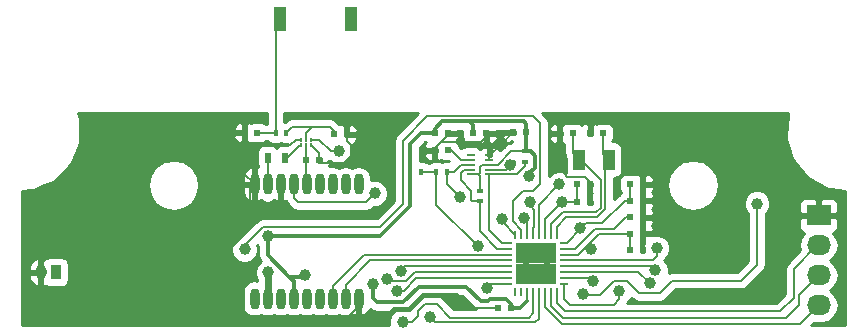
<source format=gbr>
G04 #@! TF.FileFunction,Copper,L2,Bot,Signal*
%FSLAX46Y46*%
G04 Gerber Fmt 4.6, Leading zero omitted, Abs format (unit mm)*
G04 Created by KiCad (PCBNEW 4.0.5+dfsg1-4~bpo8+1) date Mon Dec 18 16:44:26 2017*
%MOMM*%
%LPD*%
G01*
G04 APERTURE LIST*
%ADD10C,0.100000*%
%ADD11C,1.000000*%
%ADD12O,0.800000X1.800000*%
%ADD13R,1.000000X2.000000*%
%ADD14R,0.950000X1.250000*%
%ADD15O,0.950000X1.250000*%
%ADD16R,0.600000X0.500000*%
%ADD17R,0.500000X0.900000*%
%ADD18R,0.400000X0.600000*%
%ADD19R,0.600000X0.400000*%
%ADD20R,0.250000X0.700000*%
%ADD21R,0.700000X0.250000*%
%ADD22R,1.725000X1.725000*%
%ADD23R,0.270000X0.325000*%
%ADD24R,1.000000X1.800000*%
%ADD25R,2.032000X1.727200*%
%ADD26O,2.032000X1.727200*%
%ADD27C,0.200000*%
%ADD28C,0.400000*%
%ADD29C,0.300000*%
%ADD30C,0.600000*%
%ADD31C,0.254000*%
G04 APERTURE END LIST*
D10*
D11*
X180000000Y-110100000D03*
X178200000Y-110100000D03*
X176300000Y-110100000D03*
X137700000Y-110000000D03*
X135700000Y-110000000D03*
X133700000Y-110000000D03*
X166100000Y-112800000D03*
X165500000Y-121300000D03*
X184800000Y-123400000D03*
X126900000Y-111600000D03*
X126800000Y-113200000D03*
X125800000Y-115000000D03*
X122600000Y-118300000D03*
X122600000Y-120100000D03*
X124500000Y-116600000D03*
X122600000Y-116600000D03*
X153100000Y-110100000D03*
X181400000Y-124900000D03*
X176800000Y-124900000D03*
X179100000Y-124900000D03*
X127000000Y-110000000D03*
X164000000Y-123000000D03*
X129300000Y-110000000D03*
X172500000Y-110100000D03*
X131500000Y-110000000D03*
X164000000Y-121400000D03*
D12*
X140770000Y-115390000D03*
X141870000Y-115390000D03*
X142970000Y-115390000D03*
X144070000Y-115390000D03*
X145170000Y-115390000D03*
X146270000Y-115390000D03*
X147370000Y-115390000D03*
X148470000Y-115390000D03*
X149570000Y-115390000D03*
X149570000Y-125090000D03*
X148470000Y-125090000D03*
X147370000Y-125090000D03*
X146270000Y-125090000D03*
X145170000Y-125090000D03*
X144070000Y-125090000D03*
X142970000Y-125090000D03*
X141870000Y-125090000D03*
X140770000Y-125090000D03*
D13*
X142920000Y-101440000D03*
X148920000Y-101440000D03*
D14*
X123920000Y-122840000D03*
D15*
X122670000Y-122840000D03*
D16*
X168050000Y-115400000D03*
X169150000Y-115400000D03*
X162440000Y-125880000D03*
X161340000Y-125880000D03*
X172520000Y-119590000D03*
X173620000Y-119590000D03*
X172520000Y-116790000D03*
X173620000Y-116790000D03*
X172520000Y-115390000D03*
X173620000Y-115390000D03*
X172520000Y-120990000D03*
X173620000Y-120990000D03*
X167700000Y-111090000D03*
X166600000Y-111090000D03*
X170270000Y-111100000D03*
X169170000Y-111100000D03*
X147445000Y-111165000D03*
X148545000Y-111165000D03*
X140995000Y-111040000D03*
X139895000Y-111040000D03*
X145120000Y-113340000D03*
X146220000Y-113340000D03*
X163750000Y-111000000D03*
X162650000Y-111000000D03*
X155995000Y-111065000D03*
X157095000Y-111065000D03*
X159290000Y-111090000D03*
X160390000Y-111090000D03*
X157130000Y-112540000D03*
X156030000Y-112540000D03*
D17*
X143370000Y-113140000D03*
X141870000Y-113140000D03*
D18*
X153950000Y-114400000D03*
X154850000Y-114400000D03*
X157050000Y-114400000D03*
X156150000Y-114400000D03*
X143445000Y-111040000D03*
X142545000Y-111040000D03*
D19*
X163650000Y-112600000D03*
X163650000Y-113500000D03*
X159810000Y-115940000D03*
X159810000Y-116840000D03*
D20*
X166340000Y-124500000D03*
X165840000Y-124500000D03*
X165340000Y-124500000D03*
X164840000Y-124500000D03*
X164340000Y-124500000D03*
X163840000Y-124500000D03*
X163340000Y-124500000D03*
X162840000Y-124500000D03*
D21*
X162190000Y-123850000D03*
X162190000Y-123350000D03*
X162190000Y-122850000D03*
X162190000Y-122350000D03*
X162190000Y-121850000D03*
X162190000Y-121350000D03*
X162190000Y-120850000D03*
X162190000Y-120350000D03*
D20*
X162840000Y-119700000D03*
X163340000Y-119700000D03*
X163840000Y-119700000D03*
X164340000Y-119700000D03*
X164840000Y-119700000D03*
X165340000Y-119700000D03*
X165840000Y-119700000D03*
X166340000Y-119700000D03*
D21*
X166990000Y-120350000D03*
X166990000Y-120850000D03*
X166990000Y-121350000D03*
X166990000Y-121850000D03*
X166990000Y-122350000D03*
X166990000Y-122850000D03*
X166990000Y-123350000D03*
X166990000Y-123850000D03*
D22*
X163727500Y-121237500D03*
X165452500Y-121237500D03*
X163727500Y-122962500D03*
X165452500Y-122962500D03*
D23*
X145520000Y-112065000D03*
X145120000Y-112065000D03*
X144720000Y-112065000D03*
X144720000Y-111615000D03*
X145120000Y-111615000D03*
X145520000Y-111615000D03*
D21*
X159045000Y-114565000D03*
X159045000Y-114165000D03*
X159045000Y-113765000D03*
X159045000Y-113365000D03*
X159045000Y-112965000D03*
X160645000Y-112965000D03*
X160645000Y-113365000D03*
X160645000Y-113765000D03*
X160645000Y-114165000D03*
X160645000Y-114565000D03*
D24*
X170730000Y-113310000D03*
X168230000Y-113310000D03*
D25*
X188520000Y-118040000D03*
D26*
X188520000Y-120580000D03*
X188520000Y-123120000D03*
X188520000Y-125660000D03*
D11*
X183600000Y-124900000D03*
D16*
X168050000Y-116930000D03*
X169150000Y-116930000D03*
X172520000Y-118190000D03*
X173620000Y-118190000D03*
D11*
X126700000Y-121500000D03*
X162400000Y-113800000D03*
X158440000Y-125460000D03*
X165690000Y-123000000D03*
X172540000Y-112490000D03*
X161670000Y-111980000D03*
X151770000Y-114340000D03*
X137380000Y-123970000D03*
X169200000Y-120900000D03*
X145040000Y-123080000D03*
X150740000Y-123860000D03*
X168330000Y-119070000D03*
X166780000Y-116930000D03*
X164000000Y-114700000D03*
X141870000Y-119810000D03*
X141910000Y-122850000D03*
X183290000Y-117060000D03*
X168600000Y-124710000D03*
X159670000Y-120640000D03*
X160400000Y-124200000D03*
X153170000Y-122710000D03*
X151970000Y-123430000D03*
X139910000Y-120910000D03*
X152800000Y-124400000D03*
X150940000Y-116160000D03*
X147930000Y-112610000D03*
X163560000Y-118220000D03*
X174700000Y-122700000D03*
X164040000Y-116880000D03*
X166570000Y-115410000D03*
X155600000Y-126650000D03*
X171650000Y-124480000D03*
X174200000Y-123800000D03*
X174800000Y-120800000D03*
X153280000Y-127070000D03*
X161730000Y-118340000D03*
X169410000Y-123590000D03*
X158160000Y-116460000D03*
D27*
X142545000Y-111040000D02*
X142545000Y-101815000D01*
X142545000Y-101815000D02*
X142920000Y-101440000D01*
X142545000Y-111040000D02*
X140995000Y-111040000D01*
X123370000Y-121490000D02*
X123300000Y-121560000D01*
X126690000Y-121490000D02*
X123370000Y-121490000D01*
X126700000Y-121500000D02*
X126690000Y-121490000D01*
X123410000Y-121490000D02*
X125090000Y-121490000D01*
X123300000Y-121600000D02*
X123300000Y-121560000D01*
X123410000Y-121490000D02*
X123300000Y-121600000D01*
X125250000Y-121490000D02*
X125090000Y-121490000D01*
X137380000Y-123970000D02*
X136880000Y-123470000D01*
X136880000Y-123470000D02*
X135940000Y-122530000D01*
X135940000Y-122530000D02*
X126290000Y-122530000D01*
X126290000Y-122530000D02*
X125250000Y-121490000D01*
X160645000Y-114165000D02*
X162035000Y-114165000D01*
X162035000Y-114165000D02*
X162400000Y-113800000D01*
X160645000Y-112965000D02*
X160685000Y-112965000D01*
X160685000Y-112965000D02*
X161670000Y-111980000D01*
D28*
X151400000Y-126470000D02*
X152130000Y-126470000D01*
X157780000Y-124800000D02*
X158440000Y-125460000D01*
X155000000Y-124800000D02*
X157780000Y-124800000D01*
X153800000Y-126000000D02*
X155000000Y-124800000D01*
X152600000Y-126000000D02*
X153800000Y-126000000D01*
X152130000Y-126470000D02*
X152600000Y-126000000D01*
D27*
X151400000Y-126470000D02*
X148820000Y-126470000D01*
X161340000Y-125880000D02*
X158860000Y-125880000D01*
X158860000Y-125880000D02*
X158440000Y-125460000D01*
X165690000Y-123000000D02*
X165652500Y-122962500D01*
X165652500Y-122962500D02*
X165452500Y-122962500D01*
X163727500Y-121237500D02*
X165452500Y-121237500D01*
X163727500Y-121237500D02*
X163727500Y-122962500D01*
X165452500Y-122962500D02*
X163727500Y-122962500D01*
X165452500Y-121237500D02*
X165452500Y-122962500D01*
X122670000Y-122840000D02*
X122670000Y-122190000D01*
X122670000Y-122190000D02*
X123300000Y-121560000D01*
X124480000Y-120380000D02*
X139170000Y-120380000D01*
X123300000Y-121560000D02*
X124480000Y-120380000D01*
X169150000Y-115400000D02*
X169150000Y-115170000D01*
X169150000Y-115170000D02*
X168730000Y-114750000D01*
X166600000Y-111090000D02*
X166600000Y-111840000D01*
X167230000Y-114750000D02*
X168730000Y-114750000D01*
X166940000Y-114460000D02*
X167230000Y-114750000D01*
X166940000Y-112180000D02*
X166940000Y-114460000D01*
X166600000Y-111840000D02*
X166940000Y-112180000D01*
X172540000Y-112490000D02*
X172540000Y-110560000D01*
X172220000Y-110240000D02*
X168840000Y-110240000D01*
X172540000Y-110560000D02*
X172220000Y-110240000D01*
X166600000Y-111090000D02*
X166600000Y-110710000D01*
X166600000Y-110710000D02*
X167090000Y-110220000D01*
X167090000Y-110220000D02*
X168820000Y-110220000D01*
X168820000Y-110220000D02*
X168840000Y-110240000D01*
X169170000Y-110570000D02*
X169170000Y-111100000D01*
X168840000Y-110240000D02*
X169170000Y-110570000D01*
X169150000Y-115400000D02*
X169150000Y-116930000D01*
X173620000Y-115390000D02*
X173620000Y-113570000D01*
X173620000Y-113570000D02*
X172540000Y-112490000D01*
X162650000Y-111000000D02*
X161670000Y-111980000D01*
X160645000Y-112965000D02*
X160645000Y-113365000D01*
X160390000Y-111090000D02*
X160390000Y-111370000D01*
X160390000Y-111370000D02*
X159930000Y-111830000D01*
X159930000Y-111830000D02*
X156510000Y-111830000D01*
X160390000Y-111090000D02*
X162560000Y-111090000D01*
X162560000Y-111090000D02*
X162650000Y-111000000D01*
X156030000Y-112540000D02*
X156030000Y-112310000D01*
X156030000Y-112310000D02*
X156510000Y-111830000D01*
X156510000Y-111830000D02*
X157095000Y-111245000D01*
X157095000Y-111245000D02*
X157095000Y-111065000D01*
X149570000Y-125090000D02*
X149570000Y-125720000D01*
X149570000Y-125720000D02*
X148820000Y-126470000D01*
X148820000Y-126470000D02*
X148750000Y-126540000D01*
X148750000Y-126540000D02*
X139950000Y-126540000D01*
X139950000Y-126540000D02*
X137380000Y-123970000D01*
X151770000Y-114340000D02*
X151770000Y-115230000D01*
X151060000Y-117730000D02*
X141820000Y-117730000D01*
X152100000Y-116690000D02*
X151060000Y-117730000D01*
X152100000Y-115560000D02*
X152100000Y-116690000D01*
X151770000Y-115230000D02*
X152100000Y-115560000D01*
X151030000Y-113600000D02*
X148310000Y-113600000D01*
X151770000Y-114340000D02*
X151030000Y-113600000D01*
X148545000Y-111165000D02*
X148545000Y-111765000D01*
X148545000Y-111765000D02*
X148880000Y-112100000D01*
X148880000Y-112100000D02*
X148880000Y-113030000D01*
X148880000Y-113030000D02*
X148310000Y-113600000D01*
X146480000Y-113600000D02*
X146220000Y-113340000D01*
X148310000Y-113600000D02*
X146480000Y-113600000D01*
X144720000Y-111615000D02*
X144255000Y-111615000D01*
X140460000Y-112110000D02*
X139895000Y-112675000D01*
X143760000Y-112110000D02*
X140460000Y-112110000D01*
X144255000Y-111615000D02*
X143760000Y-112110000D01*
X139895000Y-111040000D02*
X139895000Y-112675000D01*
X139895000Y-112675000D02*
X139895000Y-114515000D01*
X139895000Y-114515000D02*
X140770000Y-115390000D01*
X148545000Y-111365000D02*
X148545000Y-111165000D01*
X146220000Y-113340000D02*
X146220000Y-112765000D01*
X146220000Y-112765000D02*
X145520000Y-112065000D01*
X140360000Y-119190000D02*
X140360000Y-115800000D01*
X140360000Y-115800000D02*
X140770000Y-115390000D01*
X142970000Y-115390000D02*
X142970000Y-116580000D01*
X142970000Y-116580000D02*
X141820000Y-117730000D01*
X141820000Y-117730000D02*
X140360000Y-119190000D01*
X140360000Y-119190000D02*
X139170000Y-120380000D01*
X139170000Y-120380000D02*
X137380000Y-122170000D01*
X137380000Y-122170000D02*
X137380000Y-123970000D01*
X142970000Y-115390000D02*
X142970000Y-116580000D01*
X173620000Y-120990000D02*
X173620000Y-119590000D01*
X173620000Y-118190000D02*
X173620000Y-119590000D01*
X173620000Y-116790000D02*
X173620000Y-118190000D01*
X173620000Y-115390000D02*
X173620000Y-116790000D01*
X169200000Y-120900000D02*
X169065000Y-120765000D01*
X169065000Y-120765000D02*
X169065000Y-120465000D01*
X163650000Y-112600000D02*
X162500000Y-112600000D01*
X161335000Y-113765000D02*
X160645000Y-113765000D01*
X162500000Y-112600000D02*
X161335000Y-113765000D01*
D29*
X158500000Y-124070000D02*
X154660000Y-124070000D01*
X144885000Y-123235000D02*
X143705000Y-123235000D01*
D27*
X145040000Y-123080000D02*
X144885000Y-123235000D01*
D29*
X150740000Y-125050000D02*
X150740000Y-123860000D01*
X151080000Y-125390000D02*
X150740000Y-125050000D01*
X153340000Y-125390000D02*
X151080000Y-125390000D01*
X154660000Y-124070000D02*
X153340000Y-125390000D01*
X162440000Y-125880000D02*
X162440000Y-125500000D01*
X158650000Y-124070000D02*
X158500000Y-124070000D01*
D27*
X158500000Y-124070000D02*
X158330000Y-124070000D01*
D29*
X159890000Y-125310000D02*
X158650000Y-124070000D01*
X160490000Y-125310000D02*
X159890000Y-125310000D01*
X160700000Y-125100000D02*
X160490000Y-125310000D01*
X162040000Y-125100000D02*
X160700000Y-125100000D01*
X162440000Y-125500000D02*
X162040000Y-125100000D01*
X162440000Y-125880000D02*
X163260000Y-125880000D01*
D27*
X163840000Y-125300000D02*
X163840000Y-124500000D01*
D29*
X163260000Y-125880000D02*
X163840000Y-125300000D01*
D27*
X159810000Y-115940000D02*
X159810000Y-114680000D01*
X159810000Y-114680000D02*
X159695000Y-114565000D01*
X168330000Y-119070000D02*
X168375000Y-119115000D01*
X168375000Y-119115000D02*
X168405000Y-119115000D01*
X166800000Y-116930000D02*
X166780000Y-116930000D01*
X166800000Y-116930000D02*
X168050000Y-116930000D01*
D29*
X164120000Y-112600000D02*
X163650000Y-112600000D01*
X164490000Y-112970000D02*
X164120000Y-112600000D01*
X164490000Y-114010000D02*
X164490000Y-112970000D01*
X163760000Y-114740000D02*
X164490000Y-114010000D01*
D27*
X164090000Y-114610000D02*
X163760000Y-114740000D01*
X164000000Y-114700000D02*
X164090000Y-114610000D01*
X165340000Y-119700000D02*
X165340000Y-118370000D01*
X165340000Y-118370000D02*
X166780000Y-116930000D01*
X172520000Y-116790000D02*
X172090000Y-116790000D01*
X168820000Y-118700000D02*
X168405000Y-119115000D01*
X170180000Y-118700000D02*
X168820000Y-118700000D01*
X172090000Y-116790000D02*
X170180000Y-118700000D01*
X168405000Y-119115000D02*
X167170000Y-120350000D01*
X167170000Y-120350000D02*
X166990000Y-120350000D01*
X160645000Y-113765000D02*
X160005000Y-113765000D01*
X160005000Y-113765000D02*
X159840000Y-113930000D01*
X159840000Y-113930000D02*
X159840000Y-114420000D01*
X159840000Y-114420000D02*
X159695000Y-114565000D01*
X159695000Y-114565000D02*
X159045000Y-114565000D01*
D29*
X163750000Y-111000000D02*
X163750000Y-112500000D01*
D27*
X163750000Y-112500000D02*
X163650000Y-112600000D01*
D29*
X158985000Y-110085000D02*
X163535000Y-110085000D01*
X163750000Y-110300000D02*
X163750000Y-111000000D01*
X163535000Y-110085000D02*
X163750000Y-110300000D01*
X155995000Y-111065000D02*
X155995000Y-110735000D01*
X159290000Y-110390000D02*
X159290000Y-111090000D01*
D27*
X158980000Y-110080000D02*
X158985000Y-110085000D01*
D29*
X158985000Y-110085000D02*
X159290000Y-110390000D01*
X156650000Y-110080000D02*
X158980000Y-110080000D01*
X155995000Y-110735000D02*
X156650000Y-110080000D01*
X153950000Y-114400000D02*
X153950000Y-117220000D01*
X153950000Y-117220000D02*
X151360000Y-119810000D01*
X151360000Y-119810000D02*
X141870000Y-119810000D01*
X153950000Y-114400000D02*
X153950000Y-111990000D01*
X154875000Y-111065000D02*
X155995000Y-111065000D01*
X153950000Y-111990000D02*
X154875000Y-111065000D01*
X144070000Y-125090000D02*
X144070000Y-123600000D01*
X144070000Y-123600000D02*
X143705000Y-123235000D01*
X143705000Y-123235000D02*
X141870000Y-121400000D01*
X141870000Y-121400000D02*
X141870000Y-119810000D01*
D27*
X168050000Y-116930000D02*
X168050000Y-115400000D01*
X172520000Y-116790000D02*
X172520000Y-115390000D01*
X172520000Y-120990000D02*
X172520000Y-119590000D01*
X172520000Y-119590000D02*
X169940000Y-119590000D01*
X169940000Y-119590000D02*
X169065000Y-120465000D01*
X169065000Y-120465000D02*
X168180000Y-121350000D01*
X168180000Y-121350000D02*
X166990000Y-121350000D01*
X168230000Y-113310000D02*
X168360000Y-113310000D01*
X168360000Y-113310000D02*
X170070000Y-115020000D01*
X165840000Y-118780000D02*
X165840000Y-119700000D01*
X166830000Y-117790000D02*
X165840000Y-118780000D01*
X169680000Y-117790000D02*
X166830000Y-117790000D01*
X170070000Y-117400000D02*
X169680000Y-117790000D01*
X170070000Y-115020000D02*
X170070000Y-117400000D01*
X167700000Y-111090000D02*
X167700000Y-112780000D01*
X167700000Y-112780000D02*
X168230000Y-113310000D01*
X166340000Y-119700000D02*
X166340000Y-118980000D01*
X170460000Y-117510000D02*
X170460000Y-113580000D01*
X169770000Y-118200000D02*
X170460000Y-117510000D01*
X167120000Y-118200000D02*
X169770000Y-118200000D01*
X166340000Y-118980000D02*
X167120000Y-118200000D01*
X170460000Y-113580000D02*
X170730000Y-113310000D01*
X170270000Y-111100000D02*
X170270000Y-112850000D01*
X170270000Y-112850000D02*
X170730000Y-113310000D01*
X145605000Y-110565000D02*
X143920000Y-110565000D01*
X143920000Y-110565000D02*
X143445000Y-111040000D01*
X147445000Y-111165000D02*
X147445000Y-110905000D01*
X145120000Y-111050000D02*
X145120000Y-111615000D01*
X145610000Y-110560000D02*
X145605000Y-110565000D01*
X145605000Y-110565000D02*
X145120000Y-111050000D01*
X147100000Y-110560000D02*
X145610000Y-110560000D01*
X147445000Y-110905000D02*
X147100000Y-110560000D01*
D30*
X141910000Y-122850000D02*
X141910000Y-125050000D01*
X141910000Y-125050000D02*
X141870000Y-125090000D01*
D29*
X141870000Y-122890000D02*
X141870000Y-125090000D01*
D27*
X141910000Y-122850000D02*
X141870000Y-122890000D01*
X171900000Y-123570000D02*
X172270000Y-123570000D01*
X175100000Y-124600000D02*
X176130000Y-123570000D01*
X173300000Y-124600000D02*
X175100000Y-124600000D01*
X172270000Y-123570000D02*
X173300000Y-124600000D01*
X181000000Y-123570000D02*
X181930000Y-123570000D01*
X181930000Y-123570000D02*
X183290000Y-122210000D01*
X176130000Y-123570000D02*
X181000000Y-123570000D01*
X183290000Y-122210000D02*
X183290000Y-117060000D01*
X168600000Y-124710000D02*
X168630000Y-124740000D01*
X168630000Y-124740000D02*
X170020000Y-124740000D01*
X170020000Y-124740000D02*
X171190000Y-123570000D01*
X171190000Y-123570000D02*
X171900000Y-123570000D01*
X162190000Y-123850000D02*
X160750000Y-123850000D01*
X160750000Y-123850000D02*
X160400000Y-124200000D01*
X156150000Y-117120000D02*
X159670000Y-120640000D01*
X156150000Y-114400000D02*
X156150000Y-117120000D01*
X154850000Y-114400000D02*
X156150000Y-114400000D01*
X166340000Y-124500000D02*
X166340000Y-125480000D01*
X186400000Y-125000000D02*
X186400000Y-122560000D01*
X185230000Y-126170000D02*
X186400000Y-125000000D01*
X167030000Y-126170000D02*
X185230000Y-126170000D01*
X166340000Y-125480000D02*
X167030000Y-126170000D01*
X188380000Y-120580000D02*
X186400000Y-122560000D01*
X188520000Y-120580000D02*
X188380000Y-120580000D01*
X165840000Y-124500000D02*
X165840000Y-125710000D01*
X186840000Y-124800000D02*
X188520000Y-123120000D01*
X186840000Y-125620000D02*
X186840000Y-124800000D01*
X185740000Y-126720000D02*
X186840000Y-125620000D01*
X166850000Y-126720000D02*
X185740000Y-126720000D01*
X165840000Y-125710000D02*
X166850000Y-126720000D01*
X165340000Y-124500000D02*
X165340000Y-125800000D01*
X186940000Y-127240000D02*
X188520000Y-125660000D01*
X166780000Y-127240000D02*
X186940000Y-127240000D01*
X165340000Y-125800000D02*
X166780000Y-127240000D01*
X187970000Y-126210000D02*
X188520000Y-125660000D01*
X162190000Y-122350000D02*
X153530000Y-122350000D01*
X153530000Y-122350000D02*
X153170000Y-122710000D01*
X162190000Y-122850000D02*
X154370000Y-122850000D01*
X152170000Y-123630000D02*
X151970000Y-123430000D01*
X153590000Y-123630000D02*
X152170000Y-123630000D01*
X154370000Y-122850000D02*
X153590000Y-123630000D01*
X142730000Y-119000000D02*
X141460000Y-119000000D01*
X139910000Y-120550000D02*
X139910000Y-120910000D01*
X141460000Y-119000000D02*
X139910000Y-120550000D01*
X153300000Y-111700000D02*
X153300000Y-117100000D01*
X151400000Y-119000000D02*
X142730000Y-119000000D01*
X153300000Y-117100000D02*
X151400000Y-119000000D01*
X164920000Y-114100000D02*
X164920000Y-115380000D01*
X163440000Y-116000000D02*
X162610000Y-116830000D01*
X164300000Y-116000000D02*
X163440000Y-116000000D01*
X164920000Y-115380000D02*
X164300000Y-116000000D01*
X155500000Y-109620000D02*
X155380000Y-109620000D01*
X155380000Y-109620000D02*
X153300000Y-111700000D01*
X164920000Y-114100000D02*
X164920000Y-110200000D01*
X164920000Y-110200000D02*
X164340000Y-109620000D01*
X164340000Y-109620000D02*
X155500000Y-109620000D01*
X162610000Y-117350000D02*
X162610000Y-116830000D01*
X163340000Y-119700000D02*
X163340000Y-119280000D01*
X162610000Y-118550000D02*
X162610000Y-117350000D01*
X163340000Y-119280000D02*
X162610000Y-118550000D01*
X162190000Y-123350000D02*
X154450000Y-123350000D01*
X153400000Y-124400000D02*
X152800000Y-124400000D01*
X154450000Y-123350000D02*
X153400000Y-124400000D01*
X144070000Y-116570000D02*
X144070000Y-115390000D01*
X144440000Y-116940000D02*
X144070000Y-116570000D01*
X150160000Y-116940000D02*
X144440000Y-116940000D01*
X150940000Y-116160000D02*
X150160000Y-116940000D01*
X145520000Y-111615000D02*
X146195000Y-111615000D01*
X147190000Y-112610000D02*
X147930000Y-112610000D01*
X146195000Y-111615000D02*
X147190000Y-112610000D01*
X145120000Y-113340000D02*
X145120000Y-115340000D01*
X145120000Y-115340000D02*
X145170000Y-115390000D01*
X145120000Y-113340000D02*
X145120000Y-112065000D01*
X163840000Y-119700000D02*
X163840000Y-118500000D01*
X163840000Y-118500000D02*
X163560000Y-118220000D01*
X166990000Y-122350000D02*
X174350000Y-122350000D01*
X174350000Y-122350000D02*
X174700000Y-122700000D01*
X164040000Y-116880000D02*
X164040000Y-117180000D01*
X164400000Y-119040000D02*
X164340000Y-119040000D01*
X164400000Y-117540000D02*
X164400000Y-119040000D01*
X164040000Y-117180000D02*
X164400000Y-117540000D01*
X164340000Y-119700000D02*
X164340000Y-119040000D01*
X164840000Y-119700000D02*
X164840000Y-117140000D01*
X164840000Y-117140000D02*
X166570000Y-115410000D01*
X164840000Y-124500000D02*
X164840000Y-126790000D01*
X156050000Y-127100000D02*
X155600000Y-126650000D01*
X164530000Y-127100000D02*
X156050000Y-127100000D01*
X164840000Y-126790000D02*
X164530000Y-127100000D01*
X162190000Y-121350000D02*
X150030000Y-121350000D01*
X147370000Y-124010000D02*
X147370000Y-125090000D01*
X150030000Y-121350000D02*
X147370000Y-124010000D01*
X148470000Y-125090000D02*
X148470000Y-123900000D01*
X150520000Y-121850000D02*
X162190000Y-121850000D01*
X148470000Y-123900000D02*
X150520000Y-121850000D01*
X171650000Y-124480000D02*
X171650000Y-125150000D01*
X166990000Y-125140000D02*
X166990000Y-123850000D01*
X167470000Y-125620000D02*
X166990000Y-125140000D01*
X171180000Y-125620000D02*
X167470000Y-125620000D01*
X171650000Y-125150000D02*
X171180000Y-125620000D01*
X166990000Y-123850000D02*
X166990000Y-123910000D01*
X166990000Y-123850000D02*
X166990000Y-123890000D01*
X166990000Y-122850000D02*
X173250000Y-122850000D01*
X173250000Y-122850000D02*
X174200000Y-123800000D01*
X166990000Y-121850000D02*
X174450000Y-121850000D01*
X174800000Y-121500000D02*
X174800000Y-120800000D01*
X174450000Y-121850000D02*
X174800000Y-121500000D01*
X156170000Y-125550000D02*
X155200000Y-125550000D01*
X154100000Y-127070000D02*
X153280000Y-127070000D01*
X154580000Y-126590000D02*
X154100000Y-127070000D01*
X154580000Y-126170000D02*
X154580000Y-126590000D01*
X155200000Y-125550000D02*
X154580000Y-126170000D01*
X164340000Y-124500000D02*
X164340000Y-126330000D01*
X157330000Y-126710000D02*
X156170000Y-125550000D01*
X163960000Y-126710000D02*
X157330000Y-126710000D01*
X164340000Y-126330000D02*
X163960000Y-126710000D01*
X161750000Y-118610000D02*
X162840000Y-119700000D01*
X161750000Y-118320000D02*
X161750000Y-118610000D01*
X161730000Y-118340000D02*
X161750000Y-118320000D01*
X143370000Y-113140000D02*
X143500000Y-113140000D01*
X143500000Y-113140000D02*
X144575000Y-112065000D01*
X144575000Y-112065000D02*
X144720000Y-112065000D01*
X141870000Y-115390000D02*
X141870000Y-113140000D01*
X157130000Y-112540000D02*
X157380000Y-112540000D01*
X157380000Y-112540000D02*
X158205000Y-113365000D01*
X158205000Y-113365000D02*
X159045000Y-113365000D01*
X163650000Y-113500000D02*
X163650000Y-113850000D01*
X162935000Y-114565000D02*
X160645000Y-114565000D01*
X163650000Y-113850000D02*
X162935000Y-114565000D01*
X162190000Y-120350000D02*
X161680000Y-120350000D01*
X161680000Y-120350000D02*
X160645000Y-119315000D01*
X160645000Y-119315000D02*
X160645000Y-114565000D01*
X159045000Y-114165000D02*
X158485000Y-114165000D01*
X159180000Y-116840000D02*
X159810000Y-116840000D01*
X159060000Y-116720000D02*
X159180000Y-116840000D01*
X159060000Y-115940000D02*
X159060000Y-116720000D01*
X158200000Y-115080000D02*
X159060000Y-115940000D01*
X158200000Y-114450000D02*
X158200000Y-115080000D01*
X158485000Y-114165000D02*
X158200000Y-114450000D01*
X159810000Y-116840000D02*
X159810000Y-119400000D01*
X161260000Y-120850000D02*
X162190000Y-120850000D01*
X159810000Y-119400000D02*
X161260000Y-120850000D01*
X166990000Y-123350000D02*
X169170000Y-123350000D01*
X169170000Y-123350000D02*
X169410000Y-123590000D01*
X158160000Y-116460000D02*
X157050000Y-115350000D01*
X157050000Y-115350000D02*
X157050000Y-114400000D01*
X157050000Y-114560000D02*
X157050000Y-114400000D01*
X159045000Y-113765000D02*
X158245000Y-113765000D01*
X158245000Y-113765000D02*
X157610000Y-114400000D01*
X157610000Y-114400000D02*
X157050000Y-114400000D01*
X169575000Y-119185000D02*
X171185000Y-119185000D01*
X172180000Y-118190000D02*
X172520000Y-118190000D01*
X171185000Y-119185000D02*
X172180000Y-118190000D01*
X167910000Y-120850000D02*
X166990000Y-120850000D01*
X169575000Y-119185000D02*
X167910000Y-120850000D01*
D31*
G36*
X185887621Y-109515000D02*
X185885222Y-109523302D01*
X185736143Y-111272773D01*
X185765840Y-111538392D01*
X186297603Y-113211744D01*
X186426687Y-113445779D01*
X187558335Y-114788258D01*
X187742418Y-114935317D01*
X187767155Y-114955079D01*
X189326407Y-115762305D01*
X189583171Y-115836516D01*
X190705804Y-115932180D01*
X190705804Y-127349399D01*
X187870047Y-127349399D01*
X188106374Y-127113073D01*
X188335255Y-127158600D01*
X188704745Y-127158600D01*
X189278234Y-127044526D01*
X189764415Y-126719670D01*
X190089271Y-126233489D01*
X190203345Y-125660000D01*
X190089271Y-125086511D01*
X189764415Y-124600330D01*
X189449634Y-124390000D01*
X189764415Y-124179670D01*
X190089271Y-123693489D01*
X190203345Y-123120000D01*
X190089271Y-122546511D01*
X189764415Y-122060330D01*
X189449634Y-121850000D01*
X189764415Y-121639670D01*
X190089271Y-121153489D01*
X190203345Y-120580000D01*
X190089271Y-120006511D01*
X189764415Y-119520330D01*
X189742220Y-119505500D01*
X189895698Y-119441927D01*
X190074327Y-119263299D01*
X190171000Y-119029910D01*
X190171000Y-118325750D01*
X190012250Y-118167000D01*
X188647000Y-118167000D01*
X188647000Y-118187000D01*
X188393000Y-118187000D01*
X188393000Y-118167000D01*
X187027750Y-118167000D01*
X186869000Y-118325750D01*
X186869000Y-119029910D01*
X186965673Y-119263299D01*
X187144302Y-119441927D01*
X187297780Y-119505500D01*
X187275585Y-119520330D01*
X186950729Y-120006511D01*
X186836655Y-120580000D01*
X186920257Y-121000296D01*
X185880277Y-122040277D01*
X185720949Y-122278728D01*
X185665000Y-122560000D01*
X185665000Y-124695553D01*
X184925554Y-125435000D01*
X172326560Y-125435000D01*
X172329051Y-125431272D01*
X172335356Y-125399572D01*
X172611645Y-125123765D01*
X172662308Y-125001755D01*
X172780277Y-125119724D01*
X173005633Y-125270301D01*
X173018728Y-125279051D01*
X173300000Y-125335000D01*
X175100000Y-125335000D01*
X175381272Y-125279051D01*
X175619723Y-125119723D01*
X176434447Y-124305000D01*
X181930000Y-124305000D01*
X182211272Y-124249051D01*
X182449723Y-124089723D01*
X183809723Y-122729724D01*
X183969051Y-122491273D01*
X183983481Y-122418728D01*
X184025000Y-122210000D01*
X184025000Y-117930015D01*
X184251645Y-117703765D01*
X184424803Y-117286756D01*
X184425009Y-117050090D01*
X186869000Y-117050090D01*
X186869000Y-117754250D01*
X187027750Y-117913000D01*
X188393000Y-117913000D01*
X188393000Y-116700150D01*
X188647000Y-116700150D01*
X188647000Y-117913000D01*
X190012250Y-117913000D01*
X190171000Y-117754250D01*
X190171000Y-117050090D01*
X190074327Y-116816701D01*
X189895698Y-116638073D01*
X189662309Y-116541400D01*
X188805750Y-116541400D01*
X188647000Y-116700150D01*
X188393000Y-116700150D01*
X188234250Y-116541400D01*
X187377691Y-116541400D01*
X187144302Y-116638073D01*
X186965673Y-116816701D01*
X186869000Y-117050090D01*
X184425009Y-117050090D01*
X184425197Y-116835225D01*
X184252767Y-116417914D01*
X183933765Y-116098355D01*
X183516756Y-115925197D01*
X183065225Y-115924803D01*
X182647914Y-116097233D01*
X182328355Y-116416235D01*
X182155197Y-116833244D01*
X182154803Y-117284775D01*
X182327233Y-117702086D01*
X182555000Y-117930251D01*
X182555000Y-121905553D01*
X181625554Y-122835000D01*
X176130000Y-122835000D01*
X175858270Y-122889051D01*
X175848728Y-122890949D01*
X175834826Y-122900238D01*
X175835197Y-122475225D01*
X175662767Y-122057914D01*
X175441985Y-121836746D01*
X175479051Y-121781272D01*
X175485822Y-121747233D01*
X175492803Y-121712139D01*
X175761645Y-121443765D01*
X175934803Y-121026756D01*
X175935197Y-120575225D01*
X175762767Y-120157914D01*
X175443765Y-119838355D01*
X175026756Y-119665197D01*
X174575225Y-119664803D01*
X174413059Y-119731809D01*
X174396250Y-119715000D01*
X173747000Y-119715000D01*
X173747000Y-120376241D01*
X173665197Y-120573244D01*
X173664803Y-121024775D01*
X173702083Y-121115000D01*
X173473000Y-121115000D01*
X173473000Y-120865000D01*
X173493000Y-120865000D01*
X173493000Y-119715000D01*
X173473000Y-119715000D01*
X173473000Y-119465000D01*
X173493000Y-119465000D01*
X173493000Y-118315000D01*
X173747000Y-118315000D01*
X173747000Y-119465000D01*
X174396250Y-119465000D01*
X174555000Y-119306250D01*
X174555000Y-119213690D01*
X174458327Y-118980301D01*
X174368025Y-118890000D01*
X174458327Y-118799699D01*
X174555000Y-118566310D01*
X174555000Y-118473750D01*
X174396250Y-118315000D01*
X173747000Y-118315000D01*
X173493000Y-118315000D01*
X173473000Y-118315000D01*
X173473000Y-118065000D01*
X173493000Y-118065000D01*
X173493000Y-116915000D01*
X173747000Y-116915000D01*
X173747000Y-118065000D01*
X174396250Y-118065000D01*
X174555000Y-117906250D01*
X174555000Y-117813690D01*
X174458327Y-117580301D01*
X174368025Y-117490000D01*
X174458327Y-117399699D01*
X174555000Y-117166310D01*
X174555000Y-117073750D01*
X174396250Y-116915000D01*
X173747000Y-116915000D01*
X173493000Y-116915000D01*
X173473000Y-116915000D01*
X173473000Y-116665000D01*
X173493000Y-116665000D01*
X173493000Y-115515000D01*
X173747000Y-115515000D01*
X173747000Y-116665000D01*
X174396250Y-116665000D01*
X174555000Y-116506250D01*
X174555000Y-116413690D01*
X174458327Y-116180301D01*
X174368025Y-116090000D01*
X174458327Y-115999699D01*
X174555000Y-115766310D01*
X174555000Y-115673750D01*
X174396250Y-115515000D01*
X173747000Y-115515000D01*
X173493000Y-115515000D01*
X173473000Y-115515000D01*
X173473000Y-115491758D01*
X175705804Y-115491758D01*
X175872127Y-116327921D01*
X176345776Y-117036786D01*
X177054641Y-117510435D01*
X177890804Y-117676758D01*
X178726967Y-117510435D01*
X179435832Y-117036786D01*
X179909481Y-116327921D01*
X180075804Y-115491758D01*
X179909481Y-114655595D01*
X179435832Y-113946730D01*
X178726967Y-113473081D01*
X177890804Y-113306758D01*
X177054641Y-113473081D01*
X176345776Y-113946730D01*
X175872127Y-114655595D01*
X175705804Y-115491758D01*
X173473000Y-115491758D01*
X173473000Y-115265000D01*
X173493000Y-115265000D01*
X173493000Y-114663750D01*
X173747000Y-114663750D01*
X173747000Y-115265000D01*
X174396250Y-115265000D01*
X174555000Y-115106250D01*
X174555000Y-115013690D01*
X174458327Y-114780301D01*
X174279698Y-114601673D01*
X174046309Y-114505000D01*
X173905750Y-114505000D01*
X173747000Y-114663750D01*
X173493000Y-114663750D01*
X173334250Y-114505000D01*
X173193691Y-114505000D01*
X173082717Y-114550967D01*
X173071890Y-114543569D01*
X172820000Y-114492560D01*
X172220000Y-114492560D01*
X171984683Y-114536838D01*
X171768559Y-114675910D01*
X171623569Y-114888110D01*
X171572560Y-115140000D01*
X171572560Y-115640000D01*
X171616838Y-115875317D01*
X171755910Y-116091441D01*
X171757299Y-116092390D01*
X171690760Y-116189772D01*
X171570277Y-116270276D01*
X171195000Y-116645553D01*
X171195000Y-114857440D01*
X171230000Y-114857440D01*
X171465317Y-114813162D01*
X171681441Y-114674090D01*
X171826431Y-114461890D01*
X171877440Y-114210000D01*
X171877440Y-112410000D01*
X171833162Y-112174683D01*
X171694090Y-111958559D01*
X171481890Y-111813569D01*
X171230000Y-111762560D01*
X171056650Y-111762560D01*
X171166431Y-111601890D01*
X171217440Y-111350000D01*
X171217440Y-110850000D01*
X171173162Y-110614683D01*
X171034090Y-110398559D01*
X170821890Y-110253569D01*
X170570000Y-110202560D01*
X169970000Y-110202560D01*
X169734683Y-110246838D01*
X169710594Y-110262339D01*
X169596309Y-110215000D01*
X169455750Y-110215000D01*
X169297000Y-110373750D01*
X169297000Y-110975000D01*
X169317000Y-110975000D01*
X169317000Y-111225000D01*
X169297000Y-111225000D01*
X169297000Y-111247000D01*
X169043000Y-111247000D01*
X169043000Y-111225000D01*
X169023000Y-111225000D01*
X169023000Y-110975000D01*
X169043000Y-110975000D01*
X169043000Y-110373750D01*
X168884250Y-110215000D01*
X168743691Y-110215000D01*
X168510302Y-110311673D01*
X168445867Y-110376108D01*
X168251890Y-110243569D01*
X168000000Y-110192560D01*
X167400000Y-110192560D01*
X167164683Y-110236838D01*
X167140594Y-110252339D01*
X167026309Y-110205000D01*
X166885750Y-110205000D01*
X166727000Y-110363750D01*
X166727000Y-110965000D01*
X166747000Y-110965000D01*
X166747000Y-111215000D01*
X166727000Y-111215000D01*
X166727000Y-111816250D01*
X166885750Y-111975000D01*
X166965000Y-111975000D01*
X166965000Y-112780000D01*
X166998045Y-112946125D01*
X167020949Y-113061272D01*
X167082560Y-113153479D01*
X167082560Y-114210000D01*
X167120091Y-114409458D01*
X166796756Y-114275197D01*
X166345225Y-114274803D01*
X165927914Y-114447233D01*
X165655000Y-114719671D01*
X165655000Y-111373750D01*
X165665000Y-111373750D01*
X165665000Y-111466310D01*
X165761673Y-111699699D01*
X165940302Y-111878327D01*
X166173691Y-111975000D01*
X166314250Y-111975000D01*
X166473000Y-111816250D01*
X166473000Y-111215000D01*
X165823750Y-111215000D01*
X165665000Y-111373750D01*
X165655000Y-111373750D01*
X165655000Y-110713690D01*
X165665000Y-110713690D01*
X165665000Y-110806250D01*
X165823750Y-110965000D01*
X166473000Y-110965000D01*
X166473000Y-110363750D01*
X166314250Y-110205000D01*
X166173691Y-110205000D01*
X165940302Y-110301673D01*
X165761673Y-110480301D01*
X165665000Y-110713690D01*
X165655000Y-110713690D01*
X165655000Y-110200000D01*
X165599051Y-109918728D01*
X165439724Y-109680277D01*
X165086446Y-109327000D01*
X185941958Y-109327000D01*
X185887621Y-109515000D01*
X185887621Y-109515000D01*
G37*
X185887621Y-109515000D02*
X185885222Y-109523302D01*
X185736143Y-111272773D01*
X185765840Y-111538392D01*
X186297603Y-113211744D01*
X186426687Y-113445779D01*
X187558335Y-114788258D01*
X187742418Y-114935317D01*
X187767155Y-114955079D01*
X189326407Y-115762305D01*
X189583171Y-115836516D01*
X190705804Y-115932180D01*
X190705804Y-127349399D01*
X187870047Y-127349399D01*
X188106374Y-127113073D01*
X188335255Y-127158600D01*
X188704745Y-127158600D01*
X189278234Y-127044526D01*
X189764415Y-126719670D01*
X190089271Y-126233489D01*
X190203345Y-125660000D01*
X190089271Y-125086511D01*
X189764415Y-124600330D01*
X189449634Y-124390000D01*
X189764415Y-124179670D01*
X190089271Y-123693489D01*
X190203345Y-123120000D01*
X190089271Y-122546511D01*
X189764415Y-122060330D01*
X189449634Y-121850000D01*
X189764415Y-121639670D01*
X190089271Y-121153489D01*
X190203345Y-120580000D01*
X190089271Y-120006511D01*
X189764415Y-119520330D01*
X189742220Y-119505500D01*
X189895698Y-119441927D01*
X190074327Y-119263299D01*
X190171000Y-119029910D01*
X190171000Y-118325750D01*
X190012250Y-118167000D01*
X188647000Y-118167000D01*
X188647000Y-118187000D01*
X188393000Y-118187000D01*
X188393000Y-118167000D01*
X187027750Y-118167000D01*
X186869000Y-118325750D01*
X186869000Y-119029910D01*
X186965673Y-119263299D01*
X187144302Y-119441927D01*
X187297780Y-119505500D01*
X187275585Y-119520330D01*
X186950729Y-120006511D01*
X186836655Y-120580000D01*
X186920257Y-121000296D01*
X185880277Y-122040277D01*
X185720949Y-122278728D01*
X185665000Y-122560000D01*
X185665000Y-124695553D01*
X184925554Y-125435000D01*
X172326560Y-125435000D01*
X172329051Y-125431272D01*
X172335356Y-125399572D01*
X172611645Y-125123765D01*
X172662308Y-125001755D01*
X172780277Y-125119724D01*
X173005633Y-125270301D01*
X173018728Y-125279051D01*
X173300000Y-125335000D01*
X175100000Y-125335000D01*
X175381272Y-125279051D01*
X175619723Y-125119723D01*
X176434447Y-124305000D01*
X181930000Y-124305000D01*
X182211272Y-124249051D01*
X182449723Y-124089723D01*
X183809723Y-122729724D01*
X183969051Y-122491273D01*
X183983481Y-122418728D01*
X184025000Y-122210000D01*
X184025000Y-117930015D01*
X184251645Y-117703765D01*
X184424803Y-117286756D01*
X184425009Y-117050090D01*
X186869000Y-117050090D01*
X186869000Y-117754250D01*
X187027750Y-117913000D01*
X188393000Y-117913000D01*
X188393000Y-116700150D01*
X188647000Y-116700150D01*
X188647000Y-117913000D01*
X190012250Y-117913000D01*
X190171000Y-117754250D01*
X190171000Y-117050090D01*
X190074327Y-116816701D01*
X189895698Y-116638073D01*
X189662309Y-116541400D01*
X188805750Y-116541400D01*
X188647000Y-116700150D01*
X188393000Y-116700150D01*
X188234250Y-116541400D01*
X187377691Y-116541400D01*
X187144302Y-116638073D01*
X186965673Y-116816701D01*
X186869000Y-117050090D01*
X184425009Y-117050090D01*
X184425197Y-116835225D01*
X184252767Y-116417914D01*
X183933765Y-116098355D01*
X183516756Y-115925197D01*
X183065225Y-115924803D01*
X182647914Y-116097233D01*
X182328355Y-116416235D01*
X182155197Y-116833244D01*
X182154803Y-117284775D01*
X182327233Y-117702086D01*
X182555000Y-117930251D01*
X182555000Y-121905553D01*
X181625554Y-122835000D01*
X176130000Y-122835000D01*
X175858270Y-122889051D01*
X175848728Y-122890949D01*
X175834826Y-122900238D01*
X175835197Y-122475225D01*
X175662767Y-122057914D01*
X175441985Y-121836746D01*
X175479051Y-121781272D01*
X175485822Y-121747233D01*
X175492803Y-121712139D01*
X175761645Y-121443765D01*
X175934803Y-121026756D01*
X175935197Y-120575225D01*
X175762767Y-120157914D01*
X175443765Y-119838355D01*
X175026756Y-119665197D01*
X174575225Y-119664803D01*
X174413059Y-119731809D01*
X174396250Y-119715000D01*
X173747000Y-119715000D01*
X173747000Y-120376241D01*
X173665197Y-120573244D01*
X173664803Y-121024775D01*
X173702083Y-121115000D01*
X173473000Y-121115000D01*
X173473000Y-120865000D01*
X173493000Y-120865000D01*
X173493000Y-119715000D01*
X173473000Y-119715000D01*
X173473000Y-119465000D01*
X173493000Y-119465000D01*
X173493000Y-118315000D01*
X173747000Y-118315000D01*
X173747000Y-119465000D01*
X174396250Y-119465000D01*
X174555000Y-119306250D01*
X174555000Y-119213690D01*
X174458327Y-118980301D01*
X174368025Y-118890000D01*
X174458327Y-118799699D01*
X174555000Y-118566310D01*
X174555000Y-118473750D01*
X174396250Y-118315000D01*
X173747000Y-118315000D01*
X173493000Y-118315000D01*
X173473000Y-118315000D01*
X173473000Y-118065000D01*
X173493000Y-118065000D01*
X173493000Y-116915000D01*
X173747000Y-116915000D01*
X173747000Y-118065000D01*
X174396250Y-118065000D01*
X174555000Y-117906250D01*
X174555000Y-117813690D01*
X174458327Y-117580301D01*
X174368025Y-117490000D01*
X174458327Y-117399699D01*
X174555000Y-117166310D01*
X174555000Y-117073750D01*
X174396250Y-116915000D01*
X173747000Y-116915000D01*
X173493000Y-116915000D01*
X173473000Y-116915000D01*
X173473000Y-116665000D01*
X173493000Y-116665000D01*
X173493000Y-115515000D01*
X173747000Y-115515000D01*
X173747000Y-116665000D01*
X174396250Y-116665000D01*
X174555000Y-116506250D01*
X174555000Y-116413690D01*
X174458327Y-116180301D01*
X174368025Y-116090000D01*
X174458327Y-115999699D01*
X174555000Y-115766310D01*
X174555000Y-115673750D01*
X174396250Y-115515000D01*
X173747000Y-115515000D01*
X173493000Y-115515000D01*
X173473000Y-115515000D01*
X173473000Y-115491758D01*
X175705804Y-115491758D01*
X175872127Y-116327921D01*
X176345776Y-117036786D01*
X177054641Y-117510435D01*
X177890804Y-117676758D01*
X178726967Y-117510435D01*
X179435832Y-117036786D01*
X179909481Y-116327921D01*
X180075804Y-115491758D01*
X179909481Y-114655595D01*
X179435832Y-113946730D01*
X178726967Y-113473081D01*
X177890804Y-113306758D01*
X177054641Y-113473081D01*
X176345776Y-113946730D01*
X175872127Y-114655595D01*
X175705804Y-115491758D01*
X173473000Y-115491758D01*
X173473000Y-115265000D01*
X173493000Y-115265000D01*
X173493000Y-114663750D01*
X173747000Y-114663750D01*
X173747000Y-115265000D01*
X174396250Y-115265000D01*
X174555000Y-115106250D01*
X174555000Y-115013690D01*
X174458327Y-114780301D01*
X174279698Y-114601673D01*
X174046309Y-114505000D01*
X173905750Y-114505000D01*
X173747000Y-114663750D01*
X173493000Y-114663750D01*
X173334250Y-114505000D01*
X173193691Y-114505000D01*
X173082717Y-114550967D01*
X173071890Y-114543569D01*
X172820000Y-114492560D01*
X172220000Y-114492560D01*
X171984683Y-114536838D01*
X171768559Y-114675910D01*
X171623569Y-114888110D01*
X171572560Y-115140000D01*
X171572560Y-115640000D01*
X171616838Y-115875317D01*
X171755910Y-116091441D01*
X171757299Y-116092390D01*
X171690760Y-116189772D01*
X171570277Y-116270276D01*
X171195000Y-116645553D01*
X171195000Y-114857440D01*
X171230000Y-114857440D01*
X171465317Y-114813162D01*
X171681441Y-114674090D01*
X171826431Y-114461890D01*
X171877440Y-114210000D01*
X171877440Y-112410000D01*
X171833162Y-112174683D01*
X171694090Y-111958559D01*
X171481890Y-111813569D01*
X171230000Y-111762560D01*
X171056650Y-111762560D01*
X171166431Y-111601890D01*
X171217440Y-111350000D01*
X171217440Y-110850000D01*
X171173162Y-110614683D01*
X171034090Y-110398559D01*
X170821890Y-110253569D01*
X170570000Y-110202560D01*
X169970000Y-110202560D01*
X169734683Y-110246838D01*
X169710594Y-110262339D01*
X169596309Y-110215000D01*
X169455750Y-110215000D01*
X169297000Y-110373750D01*
X169297000Y-110975000D01*
X169317000Y-110975000D01*
X169317000Y-111225000D01*
X169297000Y-111225000D01*
X169297000Y-111247000D01*
X169043000Y-111247000D01*
X169043000Y-111225000D01*
X169023000Y-111225000D01*
X169023000Y-110975000D01*
X169043000Y-110975000D01*
X169043000Y-110373750D01*
X168884250Y-110215000D01*
X168743691Y-110215000D01*
X168510302Y-110311673D01*
X168445867Y-110376108D01*
X168251890Y-110243569D01*
X168000000Y-110192560D01*
X167400000Y-110192560D01*
X167164683Y-110236838D01*
X167140594Y-110252339D01*
X167026309Y-110205000D01*
X166885750Y-110205000D01*
X166727000Y-110363750D01*
X166727000Y-110965000D01*
X166747000Y-110965000D01*
X166747000Y-111215000D01*
X166727000Y-111215000D01*
X166727000Y-111816250D01*
X166885750Y-111975000D01*
X166965000Y-111975000D01*
X166965000Y-112780000D01*
X166998045Y-112946125D01*
X167020949Y-113061272D01*
X167082560Y-113153479D01*
X167082560Y-114210000D01*
X167120091Y-114409458D01*
X166796756Y-114275197D01*
X166345225Y-114274803D01*
X165927914Y-114447233D01*
X165655000Y-114719671D01*
X165655000Y-111373750D01*
X165665000Y-111373750D01*
X165665000Y-111466310D01*
X165761673Y-111699699D01*
X165940302Y-111878327D01*
X166173691Y-111975000D01*
X166314250Y-111975000D01*
X166473000Y-111816250D01*
X166473000Y-111215000D01*
X165823750Y-111215000D01*
X165665000Y-111373750D01*
X165655000Y-111373750D01*
X165655000Y-110713690D01*
X165665000Y-110713690D01*
X165665000Y-110806250D01*
X165823750Y-110965000D01*
X166473000Y-110965000D01*
X166473000Y-110363750D01*
X166314250Y-110205000D01*
X166173691Y-110205000D01*
X165940302Y-110301673D01*
X165761673Y-110480301D01*
X165665000Y-110713690D01*
X165655000Y-110713690D01*
X165655000Y-110200000D01*
X165599051Y-109918728D01*
X165439724Y-109680277D01*
X165086446Y-109327000D01*
X185941958Y-109327000D01*
X185887621Y-109515000D01*
G36*
X141810000Y-110305000D02*
X141709975Y-110305000D01*
X141546890Y-110193569D01*
X141295000Y-110142560D01*
X140695000Y-110142560D01*
X140459683Y-110186838D01*
X140435594Y-110202339D01*
X140321309Y-110155000D01*
X140180750Y-110155000D01*
X140022000Y-110313750D01*
X140022000Y-110915000D01*
X140042000Y-110915000D01*
X140042000Y-111165000D01*
X140022000Y-111165000D01*
X140022000Y-111766250D01*
X140180750Y-111925000D01*
X140321309Y-111925000D01*
X140432283Y-111879033D01*
X140443110Y-111886431D01*
X140695000Y-111937440D01*
X141295000Y-111937440D01*
X141530317Y-111893162D01*
X141713946Y-111775000D01*
X141870331Y-111775000D01*
X141880910Y-111791441D01*
X142093110Y-111936431D01*
X142345000Y-111987440D01*
X142745000Y-111987440D01*
X142980317Y-111943162D01*
X142991979Y-111935658D01*
X142993110Y-111936431D01*
X143245000Y-111987440D01*
X143613113Y-111987440D01*
X143557993Y-112042560D01*
X143120000Y-112042560D01*
X142884683Y-112086838D01*
X142668559Y-112225910D01*
X142620866Y-112295711D01*
X142584090Y-112238559D01*
X142371890Y-112093569D01*
X142120000Y-112042560D01*
X141620000Y-112042560D01*
X141384683Y-112086838D01*
X141168559Y-112225910D01*
X141023569Y-112438110D01*
X140972560Y-112690000D01*
X140972560Y-113590000D01*
X141016838Y-113825317D01*
X141064519Y-113899415D01*
X141056123Y-113895334D01*
X140897000Y-114023002D01*
X140897000Y-114548234D01*
X140835000Y-114859928D01*
X140835000Y-115920072D01*
X140897000Y-116231766D01*
X140897000Y-116756998D01*
X141056123Y-116884666D01*
X141305240Y-116763577D01*
X141473923Y-116876287D01*
X141870000Y-116955072D01*
X142266077Y-116876287D01*
X142434760Y-116763577D01*
X142683877Y-116884666D01*
X142843000Y-116756998D01*
X142843000Y-116231766D01*
X142905000Y-115920072D01*
X142905000Y-115243000D01*
X143035000Y-115243000D01*
X143035000Y-115920072D01*
X143097000Y-116231766D01*
X143097000Y-116756998D01*
X143256123Y-116884666D01*
X143385119Y-116821964D01*
X143387363Y-116833244D01*
X143390949Y-116851272D01*
X143550277Y-117089723D01*
X143920277Y-117459723D01*
X144158728Y-117619051D01*
X144440000Y-117675000D01*
X150160000Y-117675000D01*
X150441272Y-117619051D01*
X150679723Y-117459723D01*
X150844529Y-117294918D01*
X151164775Y-117295197D01*
X151582086Y-117122767D01*
X151901645Y-116803765D01*
X152074803Y-116386756D01*
X152075197Y-115935225D01*
X151902767Y-115517914D01*
X151583765Y-115198355D01*
X151166756Y-115025197D01*
X150715225Y-115024803D01*
X150605000Y-115070347D01*
X150605000Y-114859928D01*
X150526215Y-114463851D01*
X150301856Y-114128072D01*
X149966077Y-113903713D01*
X149570000Y-113824928D01*
X149173923Y-113903713D01*
X149020000Y-114006560D01*
X148866077Y-113903713D01*
X148470000Y-113824928D01*
X148073923Y-113903713D01*
X147920000Y-114006560D01*
X147766077Y-113903713D01*
X147370000Y-113824928D01*
X147086664Y-113881287D01*
X147155000Y-113716310D01*
X147155000Y-113623750D01*
X146998252Y-113467002D01*
X147155000Y-113467002D01*
X147155000Y-113440181D01*
X147286235Y-113571645D01*
X147703244Y-113744803D01*
X148154775Y-113745197D01*
X148572086Y-113572767D01*
X148891645Y-113253765D01*
X149064803Y-112836756D01*
X149065197Y-112385225D01*
X148926684Y-112050000D01*
X148971309Y-112050000D01*
X149204698Y-111953327D01*
X149383327Y-111774699D01*
X149480000Y-111541310D01*
X149480000Y-111448750D01*
X149321250Y-111290000D01*
X148672000Y-111290000D01*
X148672000Y-111312000D01*
X148418000Y-111312000D01*
X148418000Y-111290000D01*
X148398000Y-111290000D01*
X148398000Y-111040000D01*
X148418000Y-111040000D01*
X148418000Y-110438750D01*
X148672000Y-110438750D01*
X148672000Y-111040000D01*
X149321250Y-111040000D01*
X149480000Y-110881250D01*
X149480000Y-110788690D01*
X149383327Y-110555301D01*
X149204698Y-110376673D01*
X148971309Y-110280000D01*
X148830750Y-110280000D01*
X148672000Y-110438750D01*
X148418000Y-110438750D01*
X148259250Y-110280000D01*
X148118691Y-110280000D01*
X148007717Y-110325967D01*
X147996890Y-110318569D01*
X147872909Y-110293462D01*
X147619723Y-110040277D01*
X147381272Y-109880949D01*
X147100000Y-109825000D01*
X145610000Y-109825000D01*
X145584864Y-109830000D01*
X143920000Y-109830000D01*
X143685394Y-109876667D01*
X143638727Y-109885949D01*
X143400276Y-110045277D01*
X143352993Y-110092560D01*
X143280000Y-110092560D01*
X143280000Y-109327000D01*
X154633553Y-109327000D01*
X152780277Y-111180277D01*
X152620949Y-111418728D01*
X152565000Y-111700000D01*
X152565000Y-116795553D01*
X151095554Y-118265000D01*
X141460000Y-118265000D01*
X141183499Y-118320000D01*
X141178728Y-118320949D01*
X140940277Y-118480277D01*
X139617956Y-119802598D01*
X139267914Y-119947233D01*
X138948355Y-120266235D01*
X138775197Y-120683244D01*
X138774803Y-121134775D01*
X138947233Y-121552086D01*
X139266235Y-121871645D01*
X139683244Y-122044803D01*
X140134775Y-122045197D01*
X140552086Y-121872767D01*
X140871645Y-121553765D01*
X141044803Y-121136756D01*
X141045197Y-120685225D01*
X140978268Y-120523245D01*
X141085000Y-120630163D01*
X141085000Y-121400000D01*
X141144755Y-121700407D01*
X141269226Y-121886691D01*
X141267914Y-121887233D01*
X140948355Y-122206235D01*
X140775197Y-122623244D01*
X140774803Y-123074775D01*
X140947233Y-123492086D01*
X140975000Y-123519901D01*
X140975000Y-123565705D01*
X140770000Y-123524928D01*
X140373923Y-123603713D01*
X140038144Y-123828072D01*
X139813785Y-124163851D01*
X139735000Y-124559928D01*
X139735000Y-125620072D01*
X139813785Y-126016149D01*
X140038144Y-126351928D01*
X140373923Y-126576287D01*
X140770000Y-126655072D01*
X141166077Y-126576287D01*
X141320000Y-126473440D01*
X141473923Y-126576287D01*
X141870000Y-126655072D01*
X142266077Y-126576287D01*
X142420000Y-126473440D01*
X142573923Y-126576287D01*
X142970000Y-126655072D01*
X143366077Y-126576287D01*
X143520000Y-126473440D01*
X143673923Y-126576287D01*
X144070000Y-126655072D01*
X144466077Y-126576287D01*
X144620000Y-126473440D01*
X144773923Y-126576287D01*
X145170000Y-126655072D01*
X145566077Y-126576287D01*
X145720000Y-126473440D01*
X145873923Y-126576287D01*
X146270000Y-126655072D01*
X146666077Y-126576287D01*
X146820000Y-126473440D01*
X146973923Y-126576287D01*
X147370000Y-126655072D01*
X147766077Y-126576287D01*
X147920000Y-126473440D01*
X148073923Y-126576287D01*
X148470000Y-126655072D01*
X148866077Y-126576287D01*
X149034760Y-126463577D01*
X149283877Y-126584666D01*
X149443000Y-126456998D01*
X149443000Y-125931766D01*
X149505000Y-125620072D01*
X149505000Y-124943000D01*
X149697000Y-124943000D01*
X149697000Y-124963000D01*
X149717000Y-124963000D01*
X149717000Y-125217000D01*
X149697000Y-125217000D01*
X149697000Y-126456998D01*
X149856123Y-126584666D01*
X150212053Y-126411658D01*
X150477615Y-126103410D01*
X150528928Y-125947756D01*
X150779594Y-126115245D01*
X151080000Y-126175001D01*
X151080005Y-126175000D01*
X152570029Y-126175000D01*
X152318355Y-126426235D01*
X152145197Y-126843244D01*
X152144803Y-127294775D01*
X152167373Y-127349399D01*
X121075804Y-127349399D01*
X121075804Y-123141131D01*
X121568771Y-123141131D01*
X121710432Y-123551049D01*
X121998179Y-123875552D01*
X122372062Y-124059268D01*
X122543000Y-123932734D01*
X122543000Y-122967000D01*
X121717437Y-122967000D01*
X121568771Y-123141131D01*
X121075804Y-123141131D01*
X121075804Y-122538869D01*
X121568771Y-122538869D01*
X121717437Y-122713000D01*
X122543000Y-122713000D01*
X122543000Y-121747266D01*
X122797000Y-121747266D01*
X122797000Y-122713000D01*
X122797560Y-122713000D01*
X122797560Y-122967000D01*
X122797000Y-122967000D01*
X122797000Y-123932734D01*
X122967938Y-124059268D01*
X123097075Y-123995813D01*
X123193110Y-124061431D01*
X123445000Y-124112440D01*
X124395000Y-124112440D01*
X124630317Y-124068162D01*
X124846441Y-123929090D01*
X124991431Y-123716890D01*
X125042440Y-123465000D01*
X125042440Y-122215000D01*
X124998162Y-121979683D01*
X124859090Y-121763559D01*
X124646890Y-121618569D01*
X124395000Y-121567560D01*
X123445000Y-121567560D01*
X123209683Y-121611838D01*
X123097174Y-121684235D01*
X122967938Y-121620732D01*
X122797000Y-121747266D01*
X122543000Y-121747266D01*
X122372062Y-121620732D01*
X121998179Y-121804448D01*
X121710432Y-122128951D01*
X121568771Y-122538869D01*
X121075804Y-122538869D01*
X121075804Y-115956314D01*
X121844816Y-115919797D01*
X121962262Y-115890582D01*
X122080711Y-115865801D01*
X122959053Y-115491758D01*
X131705804Y-115491758D01*
X131872127Y-116327921D01*
X132345776Y-117036786D01*
X133054641Y-117510435D01*
X133890804Y-117676758D01*
X134726967Y-117510435D01*
X135435832Y-117036786D01*
X135909481Y-116327921D01*
X136070783Y-115517000D01*
X139735000Y-115517000D01*
X139735000Y-116017000D01*
X139862385Y-116403410D01*
X140127947Y-116711658D01*
X140483877Y-116884666D01*
X140643000Y-116756998D01*
X140643000Y-115517000D01*
X139735000Y-115517000D01*
X136070783Y-115517000D01*
X136075804Y-115491758D01*
X135930846Y-114763000D01*
X139735000Y-114763000D01*
X139735000Y-115263000D01*
X140643000Y-115263000D01*
X140643000Y-114023002D01*
X140483877Y-113895334D01*
X140127947Y-114068342D01*
X139862385Y-114376590D01*
X139735000Y-114763000D01*
X135930846Y-114763000D01*
X135909481Y-114655595D01*
X135435832Y-113946730D01*
X134726967Y-113473081D01*
X133890804Y-113306758D01*
X133054641Y-113473081D01*
X132345776Y-113946730D01*
X131872127Y-114655595D01*
X131705804Y-115491758D01*
X122959053Y-115491758D01*
X123696143Y-115177868D01*
X123916893Y-115027187D01*
X125146100Y-113773420D01*
X125292383Y-113549732D01*
X125948225Y-111921006D01*
X125997772Y-111658364D01*
X125994462Y-111323750D01*
X138960000Y-111323750D01*
X138960000Y-111416310D01*
X139056673Y-111649699D01*
X139235302Y-111828327D01*
X139468691Y-111925000D01*
X139609250Y-111925000D01*
X139768000Y-111766250D01*
X139768000Y-111165000D01*
X139118750Y-111165000D01*
X138960000Y-111323750D01*
X125994462Y-111323750D01*
X125987933Y-110663690D01*
X138960000Y-110663690D01*
X138960000Y-110756250D01*
X139118750Y-110915000D01*
X139768000Y-110915000D01*
X139768000Y-110313750D01*
X139609250Y-110155000D01*
X139468691Y-110155000D01*
X139235302Y-110251673D01*
X139056673Y-110430301D01*
X138960000Y-110663690D01*
X125987933Y-110663690D01*
X125980404Y-109902637D01*
X125959711Y-109803728D01*
X125925671Y-109641027D01*
X125791942Y-109327000D01*
X141810000Y-109327000D01*
X141810000Y-110305000D01*
X141810000Y-110305000D01*
G37*
X141810000Y-110305000D02*
X141709975Y-110305000D01*
X141546890Y-110193569D01*
X141295000Y-110142560D01*
X140695000Y-110142560D01*
X140459683Y-110186838D01*
X140435594Y-110202339D01*
X140321309Y-110155000D01*
X140180750Y-110155000D01*
X140022000Y-110313750D01*
X140022000Y-110915000D01*
X140042000Y-110915000D01*
X140042000Y-111165000D01*
X140022000Y-111165000D01*
X140022000Y-111766250D01*
X140180750Y-111925000D01*
X140321309Y-111925000D01*
X140432283Y-111879033D01*
X140443110Y-111886431D01*
X140695000Y-111937440D01*
X141295000Y-111937440D01*
X141530317Y-111893162D01*
X141713946Y-111775000D01*
X141870331Y-111775000D01*
X141880910Y-111791441D01*
X142093110Y-111936431D01*
X142345000Y-111987440D01*
X142745000Y-111987440D01*
X142980317Y-111943162D01*
X142991979Y-111935658D01*
X142993110Y-111936431D01*
X143245000Y-111987440D01*
X143613113Y-111987440D01*
X143557993Y-112042560D01*
X143120000Y-112042560D01*
X142884683Y-112086838D01*
X142668559Y-112225910D01*
X142620866Y-112295711D01*
X142584090Y-112238559D01*
X142371890Y-112093569D01*
X142120000Y-112042560D01*
X141620000Y-112042560D01*
X141384683Y-112086838D01*
X141168559Y-112225910D01*
X141023569Y-112438110D01*
X140972560Y-112690000D01*
X140972560Y-113590000D01*
X141016838Y-113825317D01*
X141064519Y-113899415D01*
X141056123Y-113895334D01*
X140897000Y-114023002D01*
X140897000Y-114548234D01*
X140835000Y-114859928D01*
X140835000Y-115920072D01*
X140897000Y-116231766D01*
X140897000Y-116756998D01*
X141056123Y-116884666D01*
X141305240Y-116763577D01*
X141473923Y-116876287D01*
X141870000Y-116955072D01*
X142266077Y-116876287D01*
X142434760Y-116763577D01*
X142683877Y-116884666D01*
X142843000Y-116756998D01*
X142843000Y-116231766D01*
X142905000Y-115920072D01*
X142905000Y-115243000D01*
X143035000Y-115243000D01*
X143035000Y-115920072D01*
X143097000Y-116231766D01*
X143097000Y-116756998D01*
X143256123Y-116884666D01*
X143385119Y-116821964D01*
X143387363Y-116833244D01*
X143390949Y-116851272D01*
X143550277Y-117089723D01*
X143920277Y-117459723D01*
X144158728Y-117619051D01*
X144440000Y-117675000D01*
X150160000Y-117675000D01*
X150441272Y-117619051D01*
X150679723Y-117459723D01*
X150844529Y-117294918D01*
X151164775Y-117295197D01*
X151582086Y-117122767D01*
X151901645Y-116803765D01*
X152074803Y-116386756D01*
X152075197Y-115935225D01*
X151902767Y-115517914D01*
X151583765Y-115198355D01*
X151166756Y-115025197D01*
X150715225Y-115024803D01*
X150605000Y-115070347D01*
X150605000Y-114859928D01*
X150526215Y-114463851D01*
X150301856Y-114128072D01*
X149966077Y-113903713D01*
X149570000Y-113824928D01*
X149173923Y-113903713D01*
X149020000Y-114006560D01*
X148866077Y-113903713D01*
X148470000Y-113824928D01*
X148073923Y-113903713D01*
X147920000Y-114006560D01*
X147766077Y-113903713D01*
X147370000Y-113824928D01*
X147086664Y-113881287D01*
X147155000Y-113716310D01*
X147155000Y-113623750D01*
X146998252Y-113467002D01*
X147155000Y-113467002D01*
X147155000Y-113440181D01*
X147286235Y-113571645D01*
X147703244Y-113744803D01*
X148154775Y-113745197D01*
X148572086Y-113572767D01*
X148891645Y-113253765D01*
X149064803Y-112836756D01*
X149065197Y-112385225D01*
X148926684Y-112050000D01*
X148971309Y-112050000D01*
X149204698Y-111953327D01*
X149383327Y-111774699D01*
X149480000Y-111541310D01*
X149480000Y-111448750D01*
X149321250Y-111290000D01*
X148672000Y-111290000D01*
X148672000Y-111312000D01*
X148418000Y-111312000D01*
X148418000Y-111290000D01*
X148398000Y-111290000D01*
X148398000Y-111040000D01*
X148418000Y-111040000D01*
X148418000Y-110438750D01*
X148672000Y-110438750D01*
X148672000Y-111040000D01*
X149321250Y-111040000D01*
X149480000Y-110881250D01*
X149480000Y-110788690D01*
X149383327Y-110555301D01*
X149204698Y-110376673D01*
X148971309Y-110280000D01*
X148830750Y-110280000D01*
X148672000Y-110438750D01*
X148418000Y-110438750D01*
X148259250Y-110280000D01*
X148118691Y-110280000D01*
X148007717Y-110325967D01*
X147996890Y-110318569D01*
X147872909Y-110293462D01*
X147619723Y-110040277D01*
X147381272Y-109880949D01*
X147100000Y-109825000D01*
X145610000Y-109825000D01*
X145584864Y-109830000D01*
X143920000Y-109830000D01*
X143685394Y-109876667D01*
X143638727Y-109885949D01*
X143400276Y-110045277D01*
X143352993Y-110092560D01*
X143280000Y-110092560D01*
X143280000Y-109327000D01*
X154633553Y-109327000D01*
X152780277Y-111180277D01*
X152620949Y-111418728D01*
X152565000Y-111700000D01*
X152565000Y-116795553D01*
X151095554Y-118265000D01*
X141460000Y-118265000D01*
X141183499Y-118320000D01*
X141178728Y-118320949D01*
X140940277Y-118480277D01*
X139617956Y-119802598D01*
X139267914Y-119947233D01*
X138948355Y-120266235D01*
X138775197Y-120683244D01*
X138774803Y-121134775D01*
X138947233Y-121552086D01*
X139266235Y-121871645D01*
X139683244Y-122044803D01*
X140134775Y-122045197D01*
X140552086Y-121872767D01*
X140871645Y-121553765D01*
X141044803Y-121136756D01*
X141045197Y-120685225D01*
X140978268Y-120523245D01*
X141085000Y-120630163D01*
X141085000Y-121400000D01*
X141144755Y-121700407D01*
X141269226Y-121886691D01*
X141267914Y-121887233D01*
X140948355Y-122206235D01*
X140775197Y-122623244D01*
X140774803Y-123074775D01*
X140947233Y-123492086D01*
X140975000Y-123519901D01*
X140975000Y-123565705D01*
X140770000Y-123524928D01*
X140373923Y-123603713D01*
X140038144Y-123828072D01*
X139813785Y-124163851D01*
X139735000Y-124559928D01*
X139735000Y-125620072D01*
X139813785Y-126016149D01*
X140038144Y-126351928D01*
X140373923Y-126576287D01*
X140770000Y-126655072D01*
X141166077Y-126576287D01*
X141320000Y-126473440D01*
X141473923Y-126576287D01*
X141870000Y-126655072D01*
X142266077Y-126576287D01*
X142420000Y-126473440D01*
X142573923Y-126576287D01*
X142970000Y-126655072D01*
X143366077Y-126576287D01*
X143520000Y-126473440D01*
X143673923Y-126576287D01*
X144070000Y-126655072D01*
X144466077Y-126576287D01*
X144620000Y-126473440D01*
X144773923Y-126576287D01*
X145170000Y-126655072D01*
X145566077Y-126576287D01*
X145720000Y-126473440D01*
X145873923Y-126576287D01*
X146270000Y-126655072D01*
X146666077Y-126576287D01*
X146820000Y-126473440D01*
X146973923Y-126576287D01*
X147370000Y-126655072D01*
X147766077Y-126576287D01*
X147920000Y-126473440D01*
X148073923Y-126576287D01*
X148470000Y-126655072D01*
X148866077Y-126576287D01*
X149034760Y-126463577D01*
X149283877Y-126584666D01*
X149443000Y-126456998D01*
X149443000Y-125931766D01*
X149505000Y-125620072D01*
X149505000Y-124943000D01*
X149697000Y-124943000D01*
X149697000Y-124963000D01*
X149717000Y-124963000D01*
X149717000Y-125217000D01*
X149697000Y-125217000D01*
X149697000Y-126456998D01*
X149856123Y-126584666D01*
X150212053Y-126411658D01*
X150477615Y-126103410D01*
X150528928Y-125947756D01*
X150779594Y-126115245D01*
X151080000Y-126175001D01*
X151080005Y-126175000D01*
X152570029Y-126175000D01*
X152318355Y-126426235D01*
X152145197Y-126843244D01*
X152144803Y-127294775D01*
X152167373Y-127349399D01*
X121075804Y-127349399D01*
X121075804Y-123141131D01*
X121568771Y-123141131D01*
X121710432Y-123551049D01*
X121998179Y-123875552D01*
X122372062Y-124059268D01*
X122543000Y-123932734D01*
X122543000Y-122967000D01*
X121717437Y-122967000D01*
X121568771Y-123141131D01*
X121075804Y-123141131D01*
X121075804Y-122538869D01*
X121568771Y-122538869D01*
X121717437Y-122713000D01*
X122543000Y-122713000D01*
X122543000Y-121747266D01*
X122797000Y-121747266D01*
X122797000Y-122713000D01*
X122797560Y-122713000D01*
X122797560Y-122967000D01*
X122797000Y-122967000D01*
X122797000Y-123932734D01*
X122967938Y-124059268D01*
X123097075Y-123995813D01*
X123193110Y-124061431D01*
X123445000Y-124112440D01*
X124395000Y-124112440D01*
X124630317Y-124068162D01*
X124846441Y-123929090D01*
X124991431Y-123716890D01*
X125042440Y-123465000D01*
X125042440Y-122215000D01*
X124998162Y-121979683D01*
X124859090Y-121763559D01*
X124646890Y-121618569D01*
X124395000Y-121567560D01*
X123445000Y-121567560D01*
X123209683Y-121611838D01*
X123097174Y-121684235D01*
X122967938Y-121620732D01*
X122797000Y-121747266D01*
X122543000Y-121747266D01*
X122372062Y-121620732D01*
X121998179Y-121804448D01*
X121710432Y-122128951D01*
X121568771Y-122538869D01*
X121075804Y-122538869D01*
X121075804Y-115956314D01*
X121844816Y-115919797D01*
X121962262Y-115890582D01*
X122080711Y-115865801D01*
X122959053Y-115491758D01*
X131705804Y-115491758D01*
X131872127Y-116327921D01*
X132345776Y-117036786D01*
X133054641Y-117510435D01*
X133890804Y-117676758D01*
X134726967Y-117510435D01*
X135435832Y-117036786D01*
X135909481Y-116327921D01*
X136070783Y-115517000D01*
X139735000Y-115517000D01*
X139735000Y-116017000D01*
X139862385Y-116403410D01*
X140127947Y-116711658D01*
X140483877Y-116884666D01*
X140643000Y-116756998D01*
X140643000Y-115517000D01*
X139735000Y-115517000D01*
X136070783Y-115517000D01*
X136075804Y-115491758D01*
X135930846Y-114763000D01*
X139735000Y-114763000D01*
X139735000Y-115263000D01*
X140643000Y-115263000D01*
X140643000Y-114023002D01*
X140483877Y-113895334D01*
X140127947Y-114068342D01*
X139862385Y-114376590D01*
X139735000Y-114763000D01*
X135930846Y-114763000D01*
X135909481Y-114655595D01*
X135435832Y-113946730D01*
X134726967Y-113473081D01*
X133890804Y-113306758D01*
X133054641Y-113473081D01*
X132345776Y-113946730D01*
X131872127Y-114655595D01*
X131705804Y-115491758D01*
X122959053Y-115491758D01*
X123696143Y-115177868D01*
X123916893Y-115027187D01*
X125146100Y-113773420D01*
X125292383Y-113549732D01*
X125948225Y-111921006D01*
X125997772Y-111658364D01*
X125994462Y-111323750D01*
X138960000Y-111323750D01*
X138960000Y-111416310D01*
X139056673Y-111649699D01*
X139235302Y-111828327D01*
X139468691Y-111925000D01*
X139609250Y-111925000D01*
X139768000Y-111766250D01*
X139768000Y-111165000D01*
X139118750Y-111165000D01*
X138960000Y-111323750D01*
X125994462Y-111323750D01*
X125987933Y-110663690D01*
X138960000Y-110663690D01*
X138960000Y-110756250D01*
X139118750Y-110915000D01*
X139768000Y-110915000D01*
X139768000Y-110313750D01*
X139609250Y-110155000D01*
X139468691Y-110155000D01*
X139235302Y-110251673D01*
X139056673Y-110430301D01*
X138960000Y-110663690D01*
X125987933Y-110663690D01*
X125980404Y-109902637D01*
X125959711Y-109803728D01*
X125925671Y-109641027D01*
X125791942Y-109327000D01*
X141810000Y-109327000D01*
X141810000Y-110305000D01*
G36*
X159334921Y-125865079D02*
X159499430Y-125975000D01*
X157634447Y-125975000D01*
X156689723Y-125030277D01*
X156451272Y-124870949D01*
X156440106Y-124868728D01*
X156371092Y-124855000D01*
X158324842Y-124855000D01*
X159334921Y-125865079D01*
X159334921Y-125865079D01*
G37*
X159334921Y-125865079D02*
X159499430Y-125975000D01*
X157634447Y-125975000D01*
X156689723Y-125030277D01*
X156451272Y-124870949D01*
X156440106Y-124868728D01*
X156371092Y-124855000D01*
X158324842Y-124855000D01*
X159334921Y-125865079D01*
G36*
X163854500Y-121110500D02*
X165325500Y-121110500D01*
X165325500Y-121090500D01*
X165579500Y-121090500D01*
X165579500Y-121110500D01*
X165599500Y-121110500D01*
X165599500Y-121364500D01*
X165579500Y-121364500D01*
X165579500Y-122835500D01*
X165599500Y-122835500D01*
X165599500Y-123089500D01*
X165579500Y-123089500D01*
X165579500Y-123109500D01*
X165325500Y-123109500D01*
X165325500Y-123089500D01*
X163854500Y-123089500D01*
X163854500Y-123109500D01*
X163600500Y-123109500D01*
X163600500Y-123089500D01*
X163580500Y-123089500D01*
X163580500Y-122835500D01*
X163600500Y-122835500D01*
X163600500Y-121364500D01*
X163854500Y-121364500D01*
X163854500Y-122835500D01*
X165325500Y-122835500D01*
X165325500Y-121364500D01*
X163854500Y-121364500D01*
X163600500Y-121364500D01*
X163580500Y-121364500D01*
X163580500Y-121110500D01*
X163600500Y-121110500D01*
X163600500Y-121090500D01*
X163854500Y-121090500D01*
X163854500Y-121110500D01*
X163854500Y-121110500D01*
G37*
X163854500Y-121110500D02*
X165325500Y-121110500D01*
X165325500Y-121090500D01*
X165579500Y-121090500D01*
X165579500Y-121110500D01*
X165599500Y-121110500D01*
X165599500Y-121364500D01*
X165579500Y-121364500D01*
X165579500Y-122835500D01*
X165599500Y-122835500D01*
X165599500Y-123089500D01*
X165579500Y-123089500D01*
X165579500Y-123109500D01*
X165325500Y-123109500D01*
X165325500Y-123089500D01*
X163854500Y-123089500D01*
X163854500Y-123109500D01*
X163600500Y-123109500D01*
X163600500Y-123089500D01*
X163580500Y-123089500D01*
X163580500Y-122835500D01*
X163600500Y-122835500D01*
X163600500Y-121364500D01*
X163854500Y-121364500D01*
X163854500Y-122835500D01*
X165325500Y-122835500D01*
X165325500Y-121364500D01*
X163854500Y-121364500D01*
X163600500Y-121364500D01*
X163580500Y-121364500D01*
X163580500Y-121110500D01*
X163600500Y-121110500D01*
X163600500Y-121090500D01*
X163854500Y-121090500D01*
X163854500Y-121110500D01*
G36*
X169277000Y-115266447D02*
X169277000Y-115275000D01*
X169285553Y-115275000D01*
X169297000Y-115286447D01*
X169297000Y-115525000D01*
X169277000Y-115525000D01*
X169277000Y-116126250D01*
X169315750Y-116165000D01*
X169277000Y-116203750D01*
X169277000Y-116805000D01*
X169297000Y-116805000D01*
X169297000Y-117055000D01*
X169003000Y-117055000D01*
X169003000Y-116805000D01*
X169023000Y-116805000D01*
X169023000Y-116203750D01*
X168984250Y-116165000D01*
X169023000Y-116126250D01*
X169023000Y-115525000D01*
X169003000Y-115525000D01*
X169003000Y-115275000D01*
X169023000Y-115275000D01*
X169023000Y-115253000D01*
X169263553Y-115253000D01*
X169277000Y-115266447D01*
X169277000Y-115266447D01*
G37*
X169277000Y-115266447D02*
X169277000Y-115275000D01*
X169285553Y-115275000D01*
X169297000Y-115286447D01*
X169297000Y-115525000D01*
X169277000Y-115525000D01*
X169277000Y-116126250D01*
X169315750Y-116165000D01*
X169277000Y-116203750D01*
X169277000Y-116805000D01*
X169297000Y-116805000D01*
X169297000Y-117055000D01*
X169003000Y-117055000D01*
X169003000Y-116805000D01*
X169023000Y-116805000D01*
X169023000Y-116203750D01*
X168984250Y-116165000D01*
X169023000Y-116126250D01*
X169023000Y-115525000D01*
X169003000Y-115525000D01*
X169003000Y-115275000D01*
X169023000Y-115275000D01*
X169023000Y-115253000D01*
X169263553Y-115253000D01*
X169277000Y-115266447D01*
G36*
X162702560Y-113700000D02*
X162711744Y-113748809D01*
X162630554Y-113830000D01*
X162309446Y-113830000D01*
X162702560Y-113436887D01*
X162702560Y-113700000D01*
X162702560Y-113700000D01*
G37*
X162702560Y-113700000D02*
X162711744Y-113748809D01*
X162630554Y-113830000D01*
X162309446Y-113830000D01*
X162702560Y-113436887D01*
X162702560Y-113700000D01*
G36*
X155191673Y-111930301D02*
X155095000Y-112163690D01*
X155095000Y-112256250D01*
X155253750Y-112415000D01*
X155903000Y-112415000D01*
X155903000Y-112393000D01*
X156157000Y-112393000D01*
X156157000Y-112415000D01*
X156177000Y-112415000D01*
X156177000Y-112665000D01*
X156157000Y-112665000D01*
X156157000Y-113266250D01*
X156315750Y-113425000D01*
X156456309Y-113425000D01*
X156567283Y-113379033D01*
X156578110Y-113386431D01*
X156830000Y-113437440D01*
X157237994Y-113437440D01*
X157253904Y-113453351D01*
X157250000Y-113452560D01*
X156850000Y-113452560D01*
X156614683Y-113496838D01*
X156603021Y-113504342D01*
X156601890Y-113503569D01*
X156350000Y-113452560D01*
X155950000Y-113452560D01*
X155714683Y-113496838D01*
X155498559Y-113635910D01*
X155497610Y-113637299D01*
X155301890Y-113503569D01*
X155050000Y-113452560D01*
X154735000Y-113452560D01*
X154735000Y-112823750D01*
X155095000Y-112823750D01*
X155095000Y-112916310D01*
X155191673Y-113149699D01*
X155370302Y-113328327D01*
X155603691Y-113425000D01*
X155744250Y-113425000D01*
X155903000Y-113266250D01*
X155903000Y-112665000D01*
X155253750Y-112665000D01*
X155095000Y-112823750D01*
X154735000Y-112823750D01*
X154735000Y-112315158D01*
X155200158Y-111850000D01*
X155271974Y-111850000D01*
X155191673Y-111930301D01*
X155191673Y-111930301D01*
G37*
X155191673Y-111930301D02*
X155095000Y-112163690D01*
X155095000Y-112256250D01*
X155253750Y-112415000D01*
X155903000Y-112415000D01*
X155903000Y-112393000D01*
X156157000Y-112393000D01*
X156157000Y-112415000D01*
X156177000Y-112415000D01*
X156177000Y-112665000D01*
X156157000Y-112665000D01*
X156157000Y-113266250D01*
X156315750Y-113425000D01*
X156456309Y-113425000D01*
X156567283Y-113379033D01*
X156578110Y-113386431D01*
X156830000Y-113437440D01*
X157237994Y-113437440D01*
X157253904Y-113453351D01*
X157250000Y-113452560D01*
X156850000Y-113452560D01*
X156614683Y-113496838D01*
X156603021Y-113504342D01*
X156601890Y-113503569D01*
X156350000Y-113452560D01*
X155950000Y-113452560D01*
X155714683Y-113496838D01*
X155498559Y-113635910D01*
X155497610Y-113637299D01*
X155301890Y-113503569D01*
X155050000Y-113452560D01*
X154735000Y-113452560D01*
X154735000Y-112823750D01*
X155095000Y-112823750D01*
X155095000Y-112916310D01*
X155191673Y-113149699D01*
X155370302Y-113328327D01*
X155603691Y-113425000D01*
X155744250Y-113425000D01*
X155903000Y-113266250D01*
X155903000Y-112665000D01*
X155253750Y-112665000D01*
X155095000Y-112823750D01*
X154735000Y-112823750D01*
X154735000Y-112315158D01*
X155200158Y-111850000D01*
X155271974Y-111850000D01*
X155191673Y-111930301D01*
G36*
X146347000Y-113215000D02*
X146367000Y-113215000D01*
X146367000Y-113465000D01*
X146347000Y-113465000D01*
X146347000Y-113487000D01*
X146093000Y-113487000D01*
X146093000Y-113465000D01*
X146073000Y-113465000D01*
X146073000Y-113215000D01*
X146093000Y-113215000D01*
X146093000Y-113193000D01*
X146347000Y-113193000D01*
X146347000Y-113215000D01*
X146347000Y-113215000D01*
G37*
X146347000Y-113215000D02*
X146367000Y-113215000D01*
X146367000Y-113465000D01*
X146347000Y-113465000D01*
X146347000Y-113487000D01*
X146093000Y-113487000D01*
X146093000Y-113465000D01*
X146073000Y-113465000D01*
X146073000Y-113215000D01*
X146093000Y-113215000D01*
X146093000Y-113193000D01*
X146347000Y-113193000D01*
X146347000Y-113215000D01*
G36*
X158342560Y-111340000D02*
X158386838Y-111575317D01*
X158525910Y-111791441D01*
X158738110Y-111936431D01*
X158990000Y-111987440D01*
X159590000Y-111987440D01*
X159825317Y-111943162D01*
X159849406Y-111927661D01*
X159963691Y-111975000D01*
X160104250Y-111975000D01*
X160263000Y-111816250D01*
X160263000Y-111215000D01*
X160517000Y-111215000D01*
X160517000Y-111816250D01*
X160675750Y-111975000D01*
X160816309Y-111975000D01*
X161049698Y-111878327D01*
X161228327Y-111699699D01*
X161325000Y-111466310D01*
X161325000Y-111373750D01*
X161166250Y-111215000D01*
X160517000Y-111215000D01*
X160263000Y-111215000D01*
X160243000Y-111215000D01*
X160243000Y-110965000D01*
X160263000Y-110965000D01*
X160263000Y-110943000D01*
X160517000Y-110943000D01*
X160517000Y-110965000D01*
X161166250Y-110965000D01*
X161261250Y-110870000D01*
X161868750Y-110870000D01*
X161873750Y-110875000D01*
X162523000Y-110875000D01*
X162523000Y-110870000D01*
X162777000Y-110870000D01*
X162777000Y-110875000D01*
X162797000Y-110875000D01*
X162797000Y-111125000D01*
X162777000Y-111125000D01*
X162777000Y-111147000D01*
X162523000Y-111147000D01*
X162523000Y-111125000D01*
X161873750Y-111125000D01*
X161715000Y-111283750D01*
X161715000Y-111376310D01*
X161811673Y-111609699D01*
X161990302Y-111788327D01*
X162223691Y-111885000D01*
X162364250Y-111885000D01*
X162522998Y-111726252D01*
X162522998Y-111865000D01*
X162500000Y-111865000D01*
X162232739Y-111918162D01*
X162218728Y-111920949D01*
X161980277Y-112080276D01*
X161547071Y-112513482D01*
X161533327Y-112480301D01*
X161354698Y-112301673D01*
X161121309Y-112205000D01*
X160930750Y-112205000D01*
X160772000Y-112363750D01*
X160772000Y-112992560D01*
X160518000Y-112992560D01*
X160518000Y-112363750D01*
X160359250Y-112205000D01*
X160168691Y-112205000D01*
X159935302Y-112301673D01*
X159852748Y-112384226D01*
X159646890Y-112243569D01*
X159395000Y-112192560D01*
X158695000Y-112192560D01*
X158459683Y-112236838D01*
X158250737Y-112371291D01*
X158056115Y-112176669D01*
X158033162Y-112054683D01*
X157894090Y-111838559D01*
X157820053Y-111787972D01*
X157933327Y-111674699D01*
X158030000Y-111441310D01*
X158030000Y-111348750D01*
X157871250Y-111190000D01*
X157222000Y-111190000D01*
X157222000Y-111212000D01*
X156968000Y-111212000D01*
X156968000Y-111190000D01*
X156948000Y-111190000D01*
X156948000Y-110940000D01*
X156968000Y-110940000D01*
X156968000Y-110918000D01*
X157222000Y-110918000D01*
X157222000Y-110940000D01*
X157871250Y-110940000D01*
X157946250Y-110865000D01*
X158342560Y-110865000D01*
X158342560Y-111340000D01*
X158342560Y-111340000D01*
G37*
X158342560Y-111340000D02*
X158386838Y-111575317D01*
X158525910Y-111791441D01*
X158738110Y-111936431D01*
X158990000Y-111987440D01*
X159590000Y-111987440D01*
X159825317Y-111943162D01*
X159849406Y-111927661D01*
X159963691Y-111975000D01*
X160104250Y-111975000D01*
X160263000Y-111816250D01*
X160263000Y-111215000D01*
X160517000Y-111215000D01*
X160517000Y-111816250D01*
X160675750Y-111975000D01*
X160816309Y-111975000D01*
X161049698Y-111878327D01*
X161228327Y-111699699D01*
X161325000Y-111466310D01*
X161325000Y-111373750D01*
X161166250Y-111215000D01*
X160517000Y-111215000D01*
X160263000Y-111215000D01*
X160243000Y-111215000D01*
X160243000Y-110965000D01*
X160263000Y-110965000D01*
X160263000Y-110943000D01*
X160517000Y-110943000D01*
X160517000Y-110965000D01*
X161166250Y-110965000D01*
X161261250Y-110870000D01*
X161868750Y-110870000D01*
X161873750Y-110875000D01*
X162523000Y-110875000D01*
X162523000Y-110870000D01*
X162777000Y-110870000D01*
X162777000Y-110875000D01*
X162797000Y-110875000D01*
X162797000Y-111125000D01*
X162777000Y-111125000D01*
X162777000Y-111147000D01*
X162523000Y-111147000D01*
X162523000Y-111125000D01*
X161873750Y-111125000D01*
X161715000Y-111283750D01*
X161715000Y-111376310D01*
X161811673Y-111609699D01*
X161990302Y-111788327D01*
X162223691Y-111885000D01*
X162364250Y-111885000D01*
X162522998Y-111726252D01*
X162522998Y-111865000D01*
X162500000Y-111865000D01*
X162232739Y-111918162D01*
X162218728Y-111920949D01*
X161980277Y-112080276D01*
X161547071Y-112513482D01*
X161533327Y-112480301D01*
X161354698Y-112301673D01*
X161121309Y-112205000D01*
X160930750Y-112205000D01*
X160772000Y-112363750D01*
X160772000Y-112992560D01*
X160518000Y-112992560D01*
X160518000Y-112363750D01*
X160359250Y-112205000D01*
X160168691Y-112205000D01*
X159935302Y-112301673D01*
X159852748Y-112384226D01*
X159646890Y-112243569D01*
X159395000Y-112192560D01*
X158695000Y-112192560D01*
X158459683Y-112236838D01*
X158250737Y-112371291D01*
X158056115Y-112176669D01*
X158033162Y-112054683D01*
X157894090Y-111838559D01*
X157820053Y-111787972D01*
X157933327Y-111674699D01*
X158030000Y-111441310D01*
X158030000Y-111348750D01*
X157871250Y-111190000D01*
X157222000Y-111190000D01*
X157222000Y-111212000D01*
X156968000Y-111212000D01*
X156968000Y-111190000D01*
X156948000Y-111190000D01*
X156948000Y-110940000D01*
X156968000Y-110940000D01*
X156968000Y-110918000D01*
X157222000Y-110918000D01*
X157222000Y-110940000D01*
X157871250Y-110940000D01*
X157946250Y-110865000D01*
X158342560Y-110865000D01*
X158342560Y-111340000D01*
M02*

</source>
